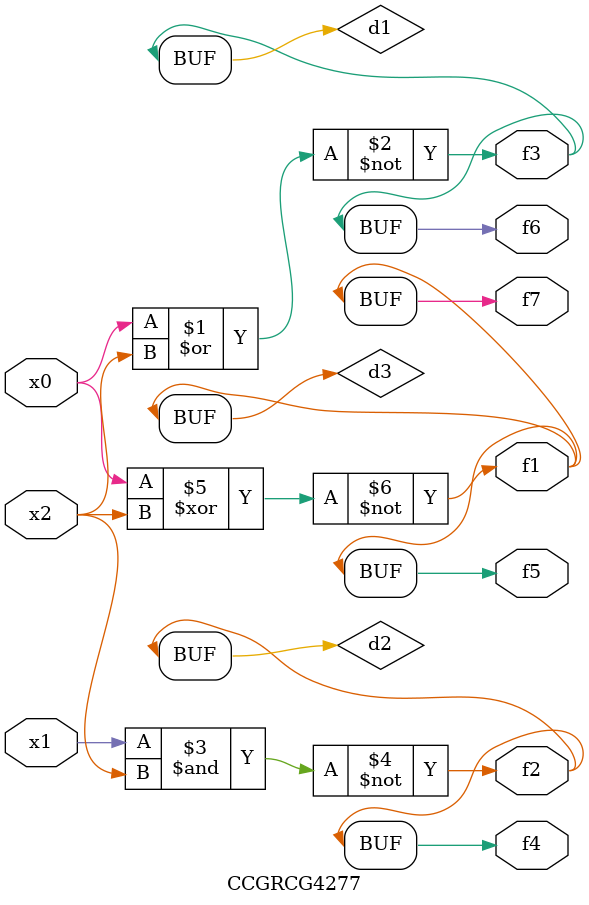
<source format=v>
module CCGRCG4277(
	input x0, x1, x2,
	output f1, f2, f3, f4, f5, f6, f7
);

	wire d1, d2, d3;

	nor (d1, x0, x2);
	nand (d2, x1, x2);
	xnor (d3, x0, x2);
	assign f1 = d3;
	assign f2 = d2;
	assign f3 = d1;
	assign f4 = d2;
	assign f5 = d3;
	assign f6 = d1;
	assign f7 = d3;
endmodule

</source>
